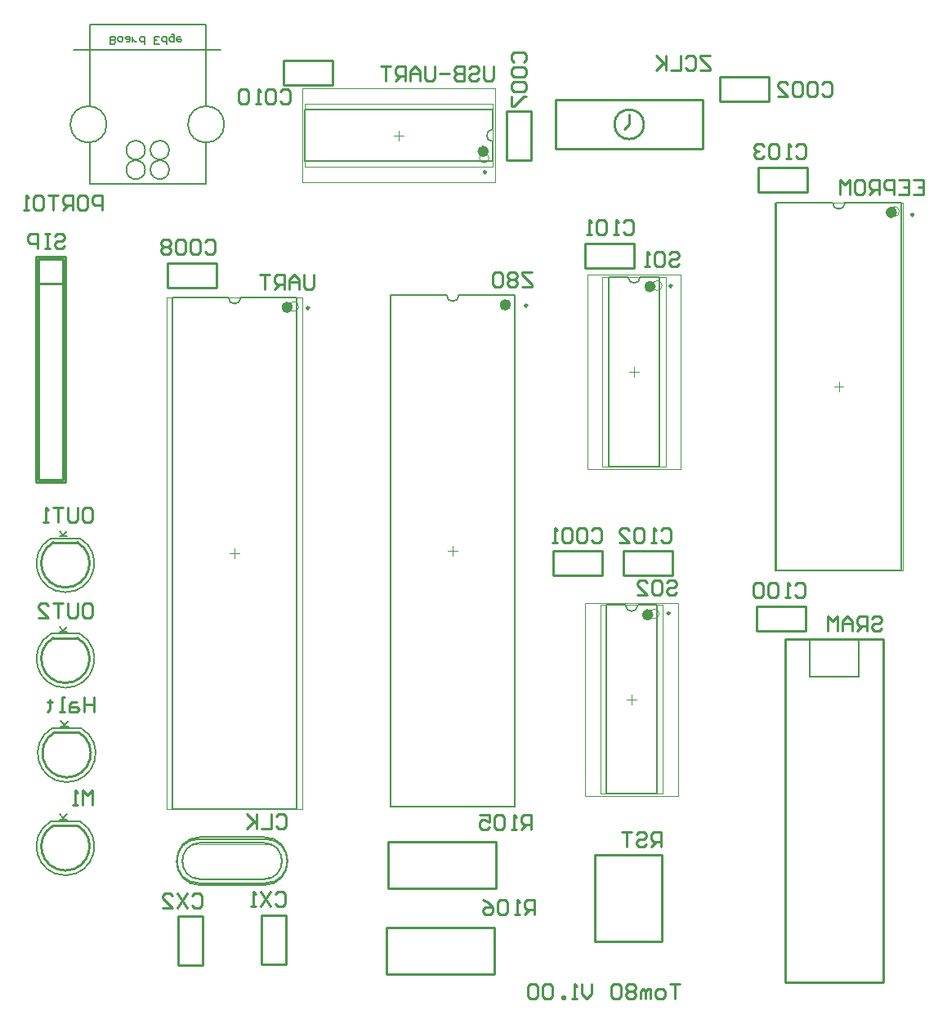
<source format=gto>
G04 Layer_Color=15132400*
%FSLAX25Y25*%
%MOIN*%
G70*
G01*
G75*
%ADD10C,0.01000*%
%ADD11C,0.00500*%
%ADD12C,0.00200*%
%ADD13C,0.00600*%
%ADD14C,0.00394*%
%ADD15C,0.00591*%
%ADD16C,0.00197*%
%ADD34C,0.00602*%
%ADD35C,0.00787*%
%ADD36C,0.00984*%
%ADD37C,0.02362*%
D10*
X344201Y463500D02*
G03*
X344201Y463500I6000J0D01*
G01*
X115262Y292975D02*
G03*
X125105Y292975I4921J-8524D01*
G01*
X115279Y254024D02*
G03*
X125122Y254024I4921J-8524D01*
G01*
X115279Y177524D02*
G03*
X125122Y177524I4921J-8524D01*
G01*
X115779Y215524D02*
G03*
X125622Y215524I4921J-8524D01*
G01*
X229201Y479500D02*
Y489500D01*
X209201Y479500D02*
Y489500D01*
X229201Y479500D02*
X209201D01*
X229201Y489500D02*
X209201D01*
X453701Y253500D02*
X433701D01*
X434701D02*
X413701D01*
Y113500D02*
Y253500D01*
X453701Y113500D02*
X413701D01*
X453701D02*
Y253500D01*
X310201Y449000D02*
Y469000D01*
X300201Y449000D02*
Y469000D01*
X310201D02*
X300201D01*
X310201Y449000D02*
X300201D01*
X407201Y483000D02*
X387201D01*
X407201Y473000D02*
X387201D01*
Y483000D01*
X407201Y473000D02*
Y483000D01*
X422701Y436000D02*
X402701D01*
X422701Y446000D02*
X402701D01*
X422701Y436000D02*
Y446000D01*
X402701Y436000D02*
Y446000D01*
X422201Y257000D02*
X402201D01*
X422201Y267000D02*
X402201D01*
X422201Y257000D02*
Y267000D01*
X402201Y257000D02*
Y267000D01*
X352201Y415000D02*
X332201D01*
X352201Y405000D02*
X332201D01*
Y415000D01*
X352201Y405000D02*
Y415000D01*
X367701Y289500D02*
X347701D01*
X367701Y279500D02*
X347701D01*
Y289500D01*
X367701Y279500D02*
Y289500D01*
X200201Y121000D02*
Y141000D01*
X210201Y121000D02*
Y141000D01*
Y121000D02*
X200201D01*
X210201Y141000D02*
X200201D01*
X166201Y120500D02*
Y140500D01*
X176201Y120500D02*
Y140500D01*
Y120500D02*
X166201D01*
X176201Y140500D02*
X166201D01*
X339201Y289500D02*
X319201D01*
X339201Y279500D02*
X319201D01*
Y289500D01*
X339201Y279500D02*
Y289500D01*
X350201Y463500D02*
X348201Y461500D01*
X350201Y463500D02*
Y467500D01*
X380201Y453500D02*
X320201D01*
X380201D02*
Y473500D01*
X320201D01*
Y453500D02*
Y473500D01*
X363622Y130079D02*
Y164528D01*
Y165512D01*
X336063D01*
Y130079D02*
Y165512D01*
X363622Y130079D02*
X336063D01*
X181701Y407000D02*
X161701D01*
X181701Y397000D02*
X161701D01*
Y407000D01*
X181701Y397000D02*
Y407000D01*
X120201Y398500D02*
X108201D01*
X120201Y317500D02*
Y409500D01*
Y317500D02*
X108201D01*
Y409500D01*
X120201D02*
X108201D01*
X125184Y292951D02*
X115184D01*
X125201Y254000D02*
X115201D01*
X125201Y177500D02*
X115201D01*
X125701Y215500D02*
X115701D01*
X295201Y117000D02*
Y136000D01*
X251201D01*
X295201Y117000D02*
X251201D01*
Y136000D01*
X251701Y152000D02*
Y171000D01*
X295701Y152000D02*
X251701D01*
X295701Y171000D02*
X251701D01*
X295701Y152000D02*
Y171000D01*
X449202Y261998D02*
X450202Y262998D01*
X452201D01*
X453201Y261998D01*
Y260999D01*
X452201Y259999D01*
X450202D01*
X449202Y258999D01*
Y258000D01*
X450202Y257000D01*
X452201D01*
X453201Y258000D01*
X447203Y257000D02*
Y262998D01*
X444204D01*
X443204Y261998D01*
Y259999D01*
X444204Y258999D01*
X447203D01*
X445203D02*
X443204Y257000D01*
X441205D02*
Y260999D01*
X439205Y262998D01*
X437206Y260999D01*
Y257000D01*
Y259999D01*
X441205D01*
X435207Y257000D02*
Y262998D01*
X433207Y260999D01*
X431208Y262998D01*
Y257000D01*
X418202Y454498D02*
X419202Y455498D01*
X421201D01*
X422201Y454498D01*
Y450500D01*
X421201Y449500D01*
X419202D01*
X418202Y450500D01*
X416203Y449500D02*
X414203D01*
X415203D01*
Y455498D01*
X416203Y454498D01*
X411204D02*
X410205Y455498D01*
X408205D01*
X407206Y454498D01*
Y450500D01*
X408205Y449500D01*
X410205D01*
X411204Y450500D01*
Y454498D01*
X405206D02*
X404207Y455498D01*
X402207D01*
X401208Y454498D01*
Y453499D01*
X402207Y452499D01*
X403207D01*
X402207D01*
X401208Y451499D01*
Y450500D01*
X402207Y449500D01*
X404207D01*
X405206Y450500D01*
X363202Y297998D02*
X364202Y298998D01*
X366201D01*
X367201Y297998D01*
Y294000D01*
X366201Y293000D01*
X364202D01*
X363202Y294000D01*
X361203Y293000D02*
X359203D01*
X360203D01*
Y298998D01*
X361203Y297998D01*
X356204D02*
X355205Y298998D01*
X353205D01*
X352206Y297998D01*
Y294000D01*
X353205Y293000D01*
X355205D01*
X356204Y294000D01*
Y297998D01*
X346208Y293000D02*
X350206D01*
X346208Y296999D01*
Y297998D01*
X347207Y298998D01*
X349207D01*
X350206Y297998D01*
X347702Y423498D02*
X348702Y424498D01*
X350701D01*
X351701Y423498D01*
Y419500D01*
X350701Y418500D01*
X348702D01*
X347702Y419500D01*
X345703Y418500D02*
X343703D01*
X344703D01*
Y424498D01*
X345703Y423498D01*
X340704D02*
X339705Y424498D01*
X337705D01*
X336706Y423498D01*
Y419500D01*
X337705Y418500D01*
X339705D01*
X340704Y419500D01*
Y423498D01*
X334706Y418500D02*
X332707D01*
X333707D01*
Y424498D01*
X334706Y423498D01*
X417702Y275498D02*
X418702Y276498D01*
X420701D01*
X421701Y275498D01*
Y271500D01*
X420701Y270500D01*
X418702D01*
X417702Y271500D01*
X415703Y270500D02*
X413703D01*
X414703D01*
Y276498D01*
X415703Y275498D01*
X410704D02*
X409705Y276498D01*
X407705D01*
X406706Y275498D01*
Y271500D01*
X407705Y270500D01*
X409705D01*
X410704Y271500D01*
Y275498D01*
X404706D02*
X403707Y276498D01*
X401707D01*
X400708Y275498D01*
Y271500D01*
X401707Y270500D01*
X403707D01*
X404706Y271500D01*
Y275498D01*
X171702Y148998D02*
X172702Y149998D01*
X174701D01*
X175701Y148998D01*
Y145000D01*
X174701Y144000D01*
X172702D01*
X171702Y145000D01*
X169703Y149998D02*
X165704Y144000D01*
Y149998D02*
X169703Y144000D01*
X159706D02*
X163705D01*
X159706Y147999D01*
Y148998D01*
X160706Y149998D01*
X162705D01*
X163705Y148998D01*
X205702Y149498D02*
X206702Y150498D01*
X208701D01*
X209701Y149498D01*
Y145500D01*
X208701Y144500D01*
X206702D01*
X205702Y145500D01*
X203703Y150498D02*
X199704Y144500D01*
Y150498D02*
X203703Y144500D01*
X197705D02*
X195705D01*
X196705D01*
Y150498D01*
X197705Y149498D01*
X206102Y181098D02*
X207102Y182098D01*
X209101D01*
X210101Y181098D01*
Y177100D01*
X209101Y176100D01*
X207102D01*
X206102Y177100D01*
X204103Y182098D02*
Y176100D01*
X200104D01*
X198105Y182098D02*
Y176100D01*
Y178099D01*
X194106Y182098D01*
X197105Y179099D01*
X194106Y176100D01*
X310551Y403248D02*
X306552D01*
Y402248D01*
X310551Y398250D01*
Y397250D01*
X306552D01*
X304553Y402248D02*
X303553Y403248D01*
X301554D01*
X300554Y402248D01*
Y401249D01*
X301554Y400249D01*
X300554Y399249D01*
Y398250D01*
X301554Y397250D01*
X303553D01*
X304553Y398250D01*
Y399249D01*
X303553Y400249D01*
X304553Y401249D01*
Y402248D01*
X303553Y400249D02*
X301554D01*
X298555Y402248D02*
X297555Y403248D01*
X295556D01*
X294556Y402248D01*
Y398250D01*
X295556Y397250D01*
X297555D01*
X298555Y398250D01*
Y402248D01*
X294801Y487298D02*
Y482300D01*
X293801Y481300D01*
X291802D01*
X290802Y482300D01*
Y487298D01*
X284804Y486298D02*
X285804Y487298D01*
X287803D01*
X288803Y486298D01*
Y485299D01*
X287803Y484299D01*
X285804D01*
X284804Y483299D01*
Y482300D01*
X285804Y481300D01*
X287803D01*
X288803Y482300D01*
X282805Y487298D02*
Y481300D01*
X279806D01*
X278806Y482300D01*
Y483299D01*
X279806Y484299D01*
X282805D01*
X279806D01*
X278806Y485299D01*
Y486298D01*
X279806Y487298D01*
X282805D01*
X276807Y484299D02*
X272808D01*
X270809Y487298D02*
Y482300D01*
X269809Y481300D01*
X267810D01*
X266810Y482300D01*
Y487298D01*
X264810Y481300D02*
Y485299D01*
X262811Y487298D01*
X260812Y485299D01*
Y481300D01*
Y484299D01*
X264810D01*
X258812Y481300D02*
Y487298D01*
X255813D01*
X254814Y486298D01*
Y484299D01*
X255813Y483299D01*
X258812D01*
X256813D02*
X254814Y481300D01*
X252814Y487298D02*
X248816D01*
X250815D01*
Y481300D01*
X221551Y402248D02*
Y397250D01*
X220551Y396250D01*
X218552D01*
X217552Y397250D01*
Y402248D01*
X215553Y396250D02*
Y400249D01*
X213553Y402248D01*
X211554Y400249D01*
Y396250D01*
Y399249D01*
X215553D01*
X209555Y396250D02*
Y402248D01*
X206556D01*
X205556Y401248D01*
Y399249D01*
X206556Y398249D01*
X209555D01*
X207555D02*
X205556Y396250D01*
X203557Y402248D02*
X199558D01*
X201557D01*
Y396250D01*
X365402Y276498D02*
X366402Y277498D01*
X368401D01*
X369401Y276498D01*
Y275499D01*
X368401Y274499D01*
X366402D01*
X365402Y273499D01*
Y272500D01*
X366402Y271500D01*
X368401D01*
X369401Y272500D01*
X363403Y276498D02*
X362403Y277498D01*
X360404D01*
X359404Y276498D01*
Y272500D01*
X360404Y271500D01*
X362403D01*
X363403Y272500D01*
Y276498D01*
X353406Y271500D02*
X357405D01*
X353406Y275499D01*
Y276498D01*
X354406Y277498D01*
X356405D01*
X357405Y276498D01*
X366402Y410398D02*
X367402Y411398D01*
X369401D01*
X370401Y410398D01*
Y409399D01*
X369401Y408399D01*
X367402D01*
X366402Y407399D01*
Y406400D01*
X367402Y405400D01*
X369401D01*
X370401Y406400D01*
X364403Y410398D02*
X363403Y411398D01*
X361404D01*
X360404Y410398D01*
Y406400D01*
X361404Y405400D01*
X363403D01*
X364403Y406400D01*
Y410398D01*
X358405Y405400D02*
X356405D01*
X357405D01*
Y411398D01*
X358405Y410398D01*
X363101Y169000D02*
Y174998D01*
X360102D01*
X359102Y173998D01*
Y171999D01*
X360102Y170999D01*
X363101D01*
X361101D02*
X359102Y169000D01*
X353104Y173998D02*
X354104Y174998D01*
X356103D01*
X357103Y173998D01*
Y172999D01*
X356103Y171999D01*
X354104D01*
X353104Y170999D01*
Y170000D01*
X354104Y169000D01*
X356103D01*
X357103Y170000D01*
X351105Y174998D02*
X347106D01*
X349105D01*
Y169000D01*
X310201Y176000D02*
Y181998D01*
X307202D01*
X306202Y180998D01*
Y178999D01*
X307202Y177999D01*
X310201D01*
X308201D02*
X306202Y176000D01*
X304203D02*
X302203D01*
X303203D01*
Y181998D01*
X304203Y180998D01*
X299204D02*
X298205Y181998D01*
X296205D01*
X295206Y180998D01*
Y177000D01*
X296205Y176000D01*
X298205D01*
X299204Y177000D01*
Y180998D01*
X289208Y181998D02*
X293206D01*
Y178999D01*
X291207Y179999D01*
X290207D01*
X289208Y178999D01*
Y177000D01*
X290207Y176000D01*
X292207D01*
X293206Y177000D01*
X135201Y428500D02*
Y434498D01*
X132202D01*
X131202Y433498D01*
Y431499D01*
X132202Y430499D01*
X135201D01*
X126204Y434498D02*
X128203D01*
X129203Y433498D01*
Y429500D01*
X128203Y428500D01*
X126204D01*
X125204Y429500D01*
Y433498D01*
X126204Y434498D01*
X123205Y428500D02*
Y434498D01*
X120206D01*
X119206Y433498D01*
Y431499D01*
X120206Y430499D01*
X123205D01*
X121205D02*
X119206Y428500D01*
X117207Y434498D02*
X113208D01*
X115207D01*
Y428500D01*
X111208Y433498D02*
X110209Y434498D01*
X108210D01*
X107210Y433498D01*
Y429500D01*
X108210Y428500D01*
X110209D01*
X111208Y429500D01*
Y433498D01*
X105210Y428500D02*
X103211D01*
X104211D01*
Y434498D01*
X105210Y433498D01*
X466052Y440848D02*
X470051D01*
Y434850D01*
X466052D01*
X470051Y437849D02*
X468051D01*
X460054Y440848D02*
X464053D01*
Y434850D01*
X460054D01*
X464053Y437849D02*
X462053D01*
X458055Y434850D02*
Y440848D01*
X455056D01*
X454056Y439848D01*
Y437849D01*
X455056Y436849D01*
X458055D01*
X452057Y434850D02*
Y440848D01*
X449058D01*
X448058Y439848D01*
Y437849D01*
X449058Y436849D01*
X452057D01*
X450057D02*
X448058Y434850D01*
X443059Y440848D02*
X445059D01*
X446059Y439848D01*
Y435850D01*
X445059Y434850D01*
X443059D01*
X442060Y435850D01*
Y439848D01*
X443059Y440848D01*
X440061Y434850D02*
Y440848D01*
X438061Y438849D01*
X436062Y440848D01*
Y434850D01*
X177202Y415498D02*
X178202Y416498D01*
X180201D01*
X181201Y415498D01*
Y411500D01*
X180201Y410500D01*
X178202D01*
X177202Y411500D01*
X175203Y415498D02*
X174203Y416498D01*
X172204D01*
X171204Y415498D01*
Y411500D01*
X172204Y410500D01*
X174203D01*
X175203Y411500D01*
Y415498D01*
X169205D02*
X168205Y416498D01*
X166206D01*
X165206Y415498D01*
Y411500D01*
X166206Y410500D01*
X168205D01*
X169205Y411500D01*
Y415498D01*
X163207D02*
X162207Y416498D01*
X160208D01*
X159208Y415498D01*
Y414499D01*
X160208Y413499D01*
X159208Y412499D01*
Y411500D01*
X160208Y410500D01*
X162207D01*
X163207Y411500D01*
Y412499D01*
X162207Y413499D01*
X163207Y414499D01*
Y415498D01*
X162207Y413499D02*
X160208D01*
X303202Y489001D02*
X302203Y490001D01*
Y492000D01*
X303202Y493000D01*
X307201D01*
X308201Y492000D01*
Y490001D01*
X307201Y489001D01*
X303202Y487002D02*
X302203Y486002D01*
Y484003D01*
X303202Y483003D01*
X307201D01*
X308201Y484003D01*
Y486002D01*
X307201Y487002D01*
X303202D01*
Y481004D02*
X302203Y480004D01*
Y478005D01*
X303202Y477005D01*
X307201D01*
X308201Y478005D01*
Y480004D01*
X307201Y481004D01*
X303202D01*
X302203Y475006D02*
Y471007D01*
X303202D01*
X307201Y475006D01*
X308201D01*
X428702Y479998D02*
X429702Y480998D01*
X431701D01*
X432701Y479998D01*
Y476000D01*
X431701Y475000D01*
X429702D01*
X428702Y476000D01*
X426703Y479998D02*
X425703Y480998D01*
X423704D01*
X422704Y479998D01*
Y476000D01*
X423704Y475000D01*
X425703D01*
X426703Y476000D01*
Y479998D01*
X420705D02*
X419705Y480998D01*
X417706D01*
X416706Y479998D01*
Y476000D01*
X417706Y475000D01*
X419705D01*
X420705Y476000D01*
Y479998D01*
X410708Y475000D02*
X414707D01*
X410708Y478999D01*
Y479998D01*
X411708Y480998D01*
X413707D01*
X414707Y479998D01*
X334702Y297998D02*
X335702Y298998D01*
X337701D01*
X338701Y297998D01*
Y294000D01*
X337701Y293000D01*
X335702D01*
X334702Y294000D01*
X332703Y297998D02*
X331703Y298998D01*
X329704D01*
X328704Y297998D01*
Y294000D01*
X329704Y293000D01*
X331703D01*
X332703Y294000D01*
Y297998D01*
X326705D02*
X325705Y298998D01*
X323706D01*
X322706Y297998D01*
Y294000D01*
X323706Y293000D01*
X325705D01*
X326705Y294000D01*
Y297998D01*
X320707Y293000D02*
X318707D01*
X319707D01*
Y298998D01*
X320707Y297998D01*
X383101Y491398D02*
X379102D01*
Y490398D01*
X383101Y486400D01*
Y485400D01*
X379102D01*
X373104Y490398D02*
X374104Y491398D01*
X376103D01*
X377103Y490398D01*
Y486400D01*
X376103Y485400D01*
X374104D01*
X373104Y486400D01*
X371105Y491398D02*
Y485400D01*
X367106D01*
X365107Y491398D02*
Y485400D01*
Y487399D01*
X361108Y491398D01*
X364107Y488399D01*
X361108Y485400D01*
X131818Y229847D02*
Y223849D01*
Y226848D01*
X127819D01*
Y229847D01*
Y223849D01*
X124820Y227848D02*
X122821D01*
X121821Y226848D01*
Y223849D01*
X124820D01*
X125820Y224849D01*
X124820Y225849D01*
X121821D01*
X119822Y223849D02*
X117823D01*
X118822D01*
Y229847D01*
X119822D01*
X113824Y228848D02*
Y227848D01*
X114823D01*
X112824D01*
X113824D01*
Y224849D01*
X112824Y223849D01*
X131318Y185849D02*
Y191847D01*
X129319Y189848D01*
X127319Y191847D01*
Y185849D01*
X125320D02*
X123321D01*
X124320D01*
Y191847D01*
X125320Y190848D01*
X128302Y307298D02*
X130301D01*
X131301Y306298D01*
Y302300D01*
X130301Y301300D01*
X128302D01*
X127302Y302300D01*
Y306298D01*
X128302Y307298D01*
X125303D02*
Y302300D01*
X124303Y301300D01*
X122304D01*
X121304Y302300D01*
Y307298D01*
X119305D02*
X115306D01*
X117305D01*
Y301300D01*
X113307D02*
X111307D01*
X112307D01*
Y307298D01*
X113307Y306298D01*
X128319Y268347D02*
X130318D01*
X131318Y267348D01*
Y263349D01*
X130318Y262349D01*
X128319D01*
X127319Y263349D01*
Y267348D01*
X128319Y268347D01*
X125320D02*
Y263349D01*
X124320Y262349D01*
X122321D01*
X121321Y263349D01*
Y268347D01*
X119322D02*
X115323D01*
X117323D01*
Y262349D01*
X109325D02*
X113324D01*
X109325Y266348D01*
Y267348D01*
X110325Y268347D01*
X112324D01*
X113324Y267348D01*
X115702Y417998D02*
X116702Y418998D01*
X118701D01*
X119701Y417998D01*
Y416999D01*
X118701Y415999D01*
X116702D01*
X115702Y414999D01*
Y414000D01*
X116702Y413000D01*
X118701D01*
X119701Y414000D01*
X113703Y418998D02*
X111703D01*
X112703D01*
Y413000D01*
X113703D01*
X111703D01*
X108704D02*
Y418998D01*
X105705D01*
X104706Y417998D01*
Y415999D01*
X105705Y414999D01*
X108704D01*
X207702Y476998D02*
X208702Y477998D01*
X210701D01*
X211701Y476998D01*
Y473000D01*
X210701Y472000D01*
X208702D01*
X207702Y473000D01*
X205703Y476998D02*
X204703Y477998D01*
X202704D01*
X201704Y476998D01*
Y473000D01*
X202704Y472000D01*
X204703D01*
X205703Y473000D01*
Y476998D01*
X199705Y472000D02*
X197705D01*
X198705D01*
Y477998D01*
X199705Y476998D01*
X194706D02*
X193707Y477998D01*
X191707D01*
X190708Y476998D01*
Y473000D01*
X191707Y472000D01*
X193707D01*
X194706Y473000D01*
Y476998D01*
X311601Y141300D02*
Y147298D01*
X308602D01*
X307602Y146298D01*
Y144299D01*
X308602Y143299D01*
X311601D01*
X309601D02*
X307602Y141300D01*
X305603D02*
X303603D01*
X304603D01*
Y147298D01*
X305603Y146298D01*
X300604D02*
X299605Y147298D01*
X297605D01*
X296606Y146298D01*
Y142300D01*
X297605Y141300D01*
X299605D01*
X300604Y142300D01*
Y146298D01*
X290608Y147298D02*
X292607Y146298D01*
X294606Y144299D01*
Y142300D01*
X293607Y141300D01*
X291607D01*
X290608Y142300D01*
Y143299D01*
X291607Y144299D01*
X294606D01*
X370701Y112998D02*
X366702D01*
X368701D01*
Y107000D01*
X363703D02*
X361704D01*
X360704Y108000D01*
Y109999D01*
X361704Y110999D01*
X363703D01*
X364703Y109999D01*
Y108000D01*
X363703Y107000D01*
X358705D02*
Y110999D01*
X357705D01*
X356705Y109999D01*
Y107000D01*
Y109999D01*
X355706Y110999D01*
X354706Y109999D01*
Y107000D01*
X352707Y111998D02*
X351707Y112998D01*
X349708D01*
X348708Y111998D01*
Y110999D01*
X349708Y109999D01*
X348708Y108999D01*
Y108000D01*
X349708Y107000D01*
X351707D01*
X352707Y108000D01*
Y108999D01*
X351707Y109999D01*
X352707Y110999D01*
Y111998D01*
X351707Y109999D02*
X349708D01*
X346708Y111998D02*
X345709Y112998D01*
X343709D01*
X342710Y111998D01*
Y108000D01*
X343709Y107000D01*
X345709D01*
X346708Y108000D01*
Y111998D01*
X334712Y112998D02*
Y108999D01*
X332713Y107000D01*
X330714Y108999D01*
Y112998D01*
X328714Y107000D02*
X326715D01*
X327715D01*
Y112998D01*
X328714Y111998D01*
X323716Y107000D02*
Y108000D01*
X322716D01*
Y107000D01*
X323716D01*
X318718Y111998D02*
X317718Y112998D01*
X315719D01*
X314719Y111998D01*
Y108000D01*
X315719Y107000D01*
X317718D01*
X318718Y108000D01*
Y111998D01*
X312719D02*
X311720Y112998D01*
X309720D01*
X308721Y111998D01*
Y108000D01*
X309720Y107000D01*
X311720D01*
X312719Y108000D01*
Y111998D01*
X119101Y398500D02*
X109301D01*
X119101D02*
Y408400D01*
Y318600D02*
Y408400D01*
Y318600D02*
X109301D01*
Y408400D01*
X119101D02*
X109301D01*
D11*
X130201Y471650D02*
Y493800D01*
Y439300D02*
Y455850D01*
X177401Y439300D02*
Y456050D01*
Y471450D02*
Y493800D01*
Y439300D02*
X130201D01*
Y493800D02*
Y504100D01*
X177401D02*
X130201D01*
X177401Y493800D02*
Y504100D01*
X183601Y493800D02*
X123601D01*
X138601Y496251D02*
Y499250D01*
X140100D01*
X140600Y498750D01*
Y498250D01*
X140100Y497751D01*
X138601D01*
X140100D01*
X140600Y497251D01*
Y496751D01*
X140100Y496251D01*
X138601D01*
X142100Y499250D02*
X143099D01*
X143599Y498750D01*
Y497751D01*
X143099Y497251D01*
X142100D01*
X141600Y497751D01*
Y498750D01*
X142100Y499250D01*
X145099Y497251D02*
X146098D01*
X146598Y497751D01*
Y499250D01*
X145099D01*
X144599Y498750D01*
X145099Y498250D01*
X146598D01*
X147598Y497251D02*
Y499250D01*
Y498250D01*
X148098Y497751D01*
X148598Y497251D01*
X149097D01*
X152596Y496251D02*
Y499250D01*
X151097D01*
X150597Y498750D01*
Y497751D01*
X151097Y497251D01*
X152596D01*
X158594Y496251D02*
X156595D01*
Y499250D01*
X158594D01*
X156595Y497751D02*
X157595D01*
X161593Y496251D02*
Y499250D01*
X160094D01*
X159594Y498750D01*
Y497751D01*
X160094Y497251D01*
X161593D01*
X163593Y500250D02*
X164093D01*
X164592Y499750D01*
Y497251D01*
X163093D01*
X162593Y497751D01*
Y498750D01*
X163093Y499250D01*
X164592D01*
X167092D02*
X166092D01*
X165592Y498750D01*
Y497751D01*
X166092Y497251D01*
X167092D01*
X167591Y497751D01*
Y498250D01*
X165592D01*
D12*
X174701Y170000D02*
G03*
X174701Y156000I0J-7000D01*
G01*
X201701D02*
G03*
X201701Y170000I0J7000D01*
G01*
Y156000D02*
X174701D01*
X201701Y170000D02*
X174701D01*
D13*
X145070Y445000D02*
G03*
X145070Y445000I3830J0D01*
G01*
Y453000D02*
G03*
X145070Y453000I3830J0D01*
G01*
X154870Y445000D02*
G03*
X154870Y445000I3830J0D01*
G01*
X122201Y463250D02*
G03*
X122197Y463500I7400J250D01*
G01*
X154870Y453000D02*
G03*
X154870Y453000I3830J0D01*
G01*
X170201Y463250D02*
G03*
X170197Y463500I7400J250D01*
G01*
X423701Y238250D02*
Y253500D01*
X443701D02*
X423701D01*
X443701Y238250D02*
X423701D01*
X443701D02*
Y253500D01*
X174701Y172000D02*
G03*
X174701Y154000I0J-9000D01*
G01*
X201701D02*
G03*
X201701Y172000I0J9000D01*
G01*
Y154000D02*
X174701D01*
X201701Y172000D02*
X174701D01*
D14*
X211445Y389189D02*
G03*
X211445Y389189I1969J0D01*
G01*
X289075Y449748D02*
G03*
X289075Y449748I1969J0D01*
G01*
X456468Y427957D02*
G03*
X456468Y427957I1969J0D01*
G01*
X358484Y263843D02*
G03*
X358484Y263843I1969J0D01*
G01*
X359681Y397736D02*
G03*
X359681Y397736I1969J0D01*
G01*
X216957Y184268D02*
Y392732D01*
X161445Y184268D02*
Y392732D01*
X216957D02*
X161445D01*
X216957Y184268D02*
X161445D01*
X217815Y446205D02*
Y471795D01*
X294587Y446205D02*
Y471795D01*
X217815D01*
X294587Y446205D02*
X217815D01*
X461980Y281500D02*
Y431500D01*
X409421Y281500D02*
Y431500D01*
X461980D02*
X409421D01*
X461980Y281500D02*
X409421D01*
X363996Y190614D02*
Y267386D01*
X338406Y190614D02*
Y267386D01*
X363996D02*
X338406D01*
X363996Y190614D02*
X338406D01*
X365193Y323720D02*
X339209D01*
X365193Y401280D02*
X339209D01*
Y323720D02*
Y401280D01*
X365193Y323720D02*
Y401280D01*
X280169Y289500D02*
X276232D01*
X278201Y287532D02*
Y291469D01*
X191169Y288500D02*
X187232D01*
X189201Y286532D02*
Y290469D01*
X258169Y459000D02*
X254232D01*
X256201Y457032D02*
Y460969D01*
X216831Y439906D02*
Y478094D01*
X295571Y439906D02*
Y478094D01*
X216831D01*
X295571Y439906D02*
X216831D01*
X437669Y356500D02*
X433732D01*
X435701Y354532D02*
Y358469D01*
X353169Y229000D02*
X349232D01*
X351201Y227032D02*
Y230969D01*
X352201Y360532D02*
Y364469D01*
X354169Y362500D02*
X350232D01*
D15*
X114278Y294679D02*
G03*
X126089Y294679I5906J-10229D01*
G01*
X114295Y255729D02*
G03*
X126106Y255729I5906J-10229D01*
G01*
X114295Y179229D02*
G03*
X126106Y179229I5906J-10229D01*
G01*
X114795Y217229D02*
G03*
X126606Y217229I5906J-10229D01*
G01*
X126089Y294679D02*
X114278D01*
X126106Y255729D02*
X114295D01*
X126106Y179229D02*
X114295D01*
X126606Y217229D02*
X114795D01*
D16*
X370295Y189630D02*
Y268370D01*
X332106Y189630D02*
Y268370D01*
X370295D02*
X332106D01*
X370295Y189630D02*
X332106D01*
X371295Y322736D02*
X333106D01*
X371295Y402264D02*
X333106D01*
Y322736D02*
Y402264D01*
X371295Y322736D02*
Y402264D01*
D34*
X200996Y155520D02*
G03*
X200996Y170480I0J7480D01*
G01*
Y153157D02*
G03*
X200996Y172843I0J9843D01*
G01*
X175406D02*
G03*
X175406Y153157I0J-9843D01*
G01*
Y170480D02*
G03*
X175406Y155520I0J-7480D01*
G01*
X200996Y170480D02*
X175406D01*
X200996Y155520D02*
X175406D01*
X200996Y172843D02*
X175406D01*
X200996Y153157D02*
X175406D01*
D35*
X275701Y393831D02*
G03*
X280701Y393831I2500J0D01*
G01*
X186701Y392831D02*
G03*
X191701Y392831I2500J0D01*
G01*
X294587Y461500D02*
G03*
X294587Y456500I0J-2500D01*
G01*
X433201Y431500D02*
G03*
X438201Y431500I2500J0D01*
G01*
X348701Y267386D02*
G03*
X353701Y267386I2500J0D01*
G01*
X349701Y401279D02*
G03*
X354701Y401279I2500J0D01*
G01*
X303594Y185169D02*
Y393831D01*
X252807Y185169D02*
Y393831D01*
X303594D02*
X280701D01*
X275701D02*
X252807D01*
X303594Y185169D02*
X252807D01*
X214594Y184169D02*
Y392831D01*
X163807Y184169D02*
Y392831D01*
X214594D02*
X191701D01*
X186701D02*
X163807D01*
X214594Y184169D02*
X163807D01*
X217815Y448567D02*
Y469433D01*
X294587Y461500D02*
Y469433D01*
Y448567D02*
Y456500D01*
Y469433D02*
X217815D01*
X294587Y448567D02*
X217815D01*
X461094Y281500D02*
Y431500D01*
X410307Y281500D02*
Y431500D01*
X461094D02*
X438201D01*
X433201D02*
X410307D01*
X461094Y281500D02*
X410307D01*
X361634Y190614D02*
Y267386D01*
X340768Y190614D02*
Y267386D01*
X361634D02*
X353701D01*
X348701D02*
X340768D01*
X361634Y190614D02*
X340768D01*
X362634Y323720D02*
X341768D01*
X349701Y401280D02*
X341768D01*
X362634D02*
X354701D01*
X341768Y323720D02*
Y401280D01*
X362634Y323720D02*
Y401280D01*
X120832Y295451D02*
X117683D01*
X118733D01*
X120832Y297550D01*
X119258Y295975D01*
X117683Y297550D01*
X120849Y256500D02*
X117701D01*
X118750D01*
X120849Y258599D01*
X119275Y257025D01*
X117701Y258599D01*
X120849Y180000D02*
X117701D01*
X118750D01*
X120849Y182099D01*
X119275Y180525D01*
X117701Y182099D01*
X121349Y218000D02*
X118201D01*
X119250D01*
X121349Y220099D01*
X119775Y218525D01*
X118201Y220099D01*
D36*
X307709Y389618D02*
G03*
X307709Y389618I492J0D01*
G01*
X218709Y388618D02*
G03*
X218709Y388618I492J0D01*
G01*
X290827Y444000D02*
G03*
X290827Y444000I492J0D01*
G01*
X465209Y426618D02*
G03*
X465209Y426618I492J0D01*
G01*
X365709Y264118D02*
G03*
X365709Y264118I492J0D01*
G01*
X366709Y397618D02*
G03*
X366709Y397618I492J0D01*
G01*
D37*
X298476Y389894D02*
G03*
X298476Y389894I1181J0D01*
G01*
X209476Y388894D02*
G03*
X209476Y388894I1181J0D01*
G01*
X289469Y452504D02*
G03*
X289469Y452504I1181J0D01*
G01*
X455976Y427563D02*
G03*
X455976Y427563I1181J0D01*
G01*
X356516Y263449D02*
G03*
X356516Y263449I1181J0D01*
G01*
X357516Y397342D02*
G03*
X357516Y397342I1181J0D01*
G01*
M02*

</source>
